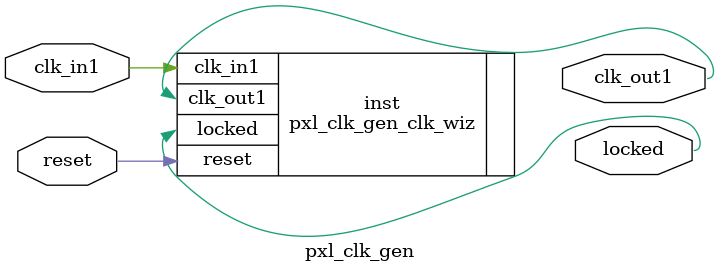
<source format=v>


`timescale 1ps/1ps

(* CORE_GENERATION_INFO = "pxl_clk_gen,clk_wiz_v6_0_3_0_0,{component_name=pxl_clk_gen,use_phase_alignment=true,use_min_o_jitter=false,use_max_i_jitter=false,use_dyn_phase_shift=false,use_inclk_switchover=false,use_dyn_reconfig=false,enable_axi=0,feedback_source=FDBK_AUTO,PRIMITIVE=MMCM,num_out_clk=1,clkin1_period=8.000,clkin2_period=10.000,use_power_down=false,use_reset=true,use_locked=true,use_inclk_stopped=false,feedback_type=SINGLE,CLOCK_MGR_TYPE=NA,manual_override=false}" *)

module pxl_clk_gen 
 (
  // Clock out ports
  output        clk_out1,
  // Status and control signals
  input         reset,
  output        locked,
 // Clock in ports
  input         clk_in1
 );

  pxl_clk_gen_clk_wiz inst
  (
  // Clock out ports  
  .clk_out1(clk_out1),
  // Status and control signals               
  .reset(reset), 
  .locked(locked),
 // Clock in ports
  .clk_in1(clk_in1)
  );

endmodule

</source>
